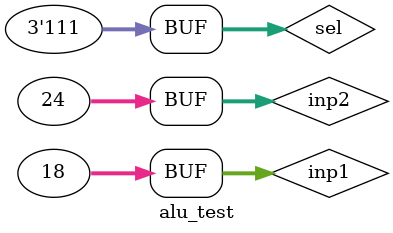
<source format=v>
`timescale 1ns / 1ps


module alu_test;

	// Inputs
	reg [31:0] inp1;
	reg [31:0] inp2;
	reg [2:0] sel;

	// Outputs
	wire [31:0] out;
	wire zero;

	// Instantiate the Unit Under Test (UUT)
	alu uut (
		.inp1(inp1), 
		.inp2(inp2), 
		.sel(sel), 
		.out(out), 
		.zero(zero)
	);

	initial begin
		// Initialize Inputs
		inp1 = 0;
		inp2 = 0;
		sel = 0;

		// Wait 100 ns for global reset to finish
		#100;
        
		inp1 = 2;
		inp2 = 5;
		sel = 0;
		
		#100;
		
		inp1 = 5;
		inp2 = 1;
		sel = 1;
		
		#100;
		
		inp1 = 1;
		inp2 = 1;
		sel = 2;
		
		#100;
		
		inp1 = 0;
		inp2 = 1;
		sel = 3;
		
		#100;
		
		inp1 = 1;
		inp2 = 1;
		sel = 4;
		
		#100;
		
		inp1 = 1;
		inp2 = 0;
		sel = 5;
		
		#100;
		
		inp1 = 2;
		inp2 = 2;
		sel = 6;
		
		#100;
		
		inp1 = 18;
		inp2 = 24;
		sel = 7;

	end
      
endmodule


</source>
